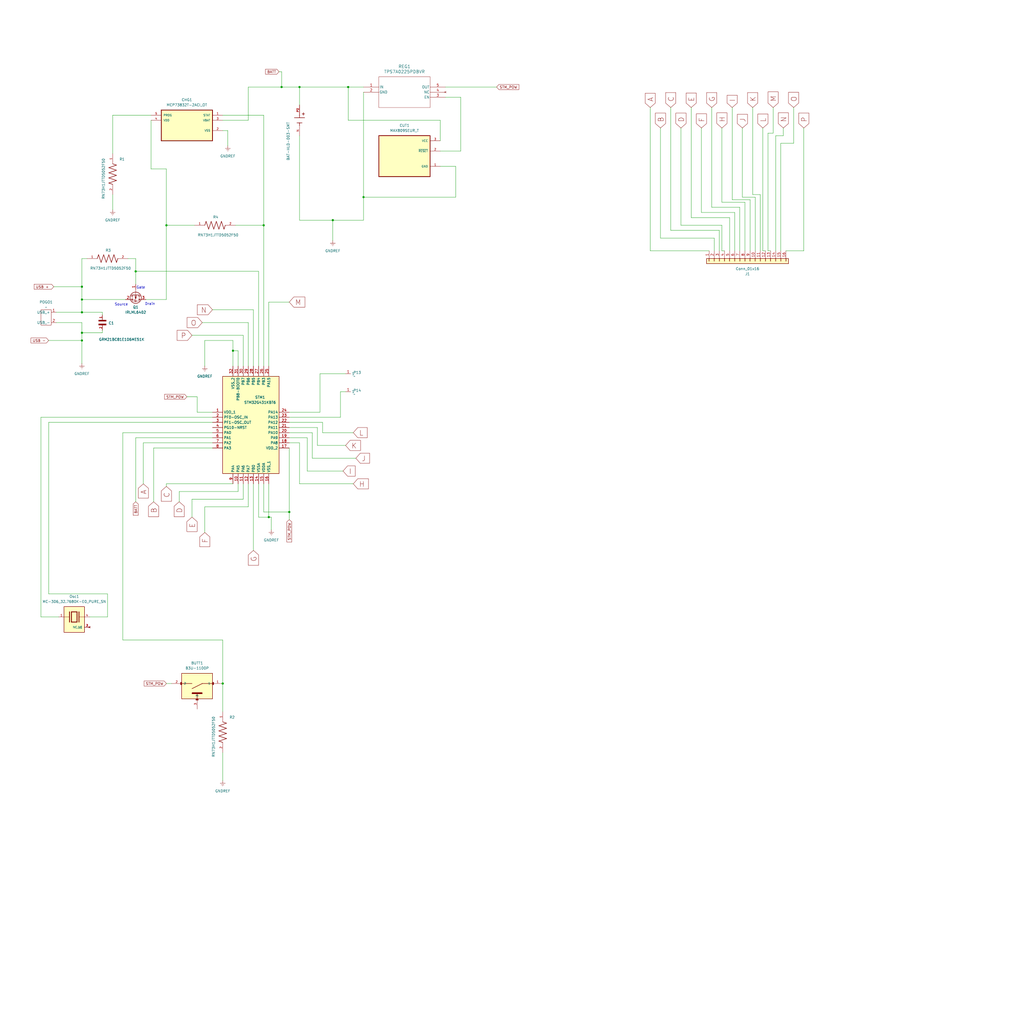
<source format=kicad_sch>
(kicad_sch (version 20250114) (generator "eeschema") (generator_version "9.0")
  (paper "User" 508 508)
  (lib_symbols
    (symbol "B3U-1100P:B3U-1100P" (pin_names (offset 1.016))
      (property "Reference" "S" (at 7.6291 -5.0861 0))
      (property "Value" "B3U-1100P" (at 7.6346 -10.1794 0))
      (symbol "B3U-1100P_0_0"
        (rectangle (start -8.2645 -0.6357) (end -7.62 0.635) (stroke (width 0.1)) (fill (type outline)))
        (rectangle (start -7.62 -7.62) (end 7.62 5.08) (stroke (width 0.254)) (fill (type background)))
        (rectangle (start -2.5423 -5.0846) (end 2.54 -4.445) (stroke (width 0.1)) (fill (type outline)))
        (polyline (pts (xy -2.54 0) (xy -7.62 0)) (stroke (width 0.254)))
        (polyline (pts (xy -2.54 -2.54) (xy 2.54 0)) (stroke (width 0.254)))
        (polyline (pts (xy -2.54 -5.08) (xy 0 -5.08)) (stroke (width 0.254)))
        (rectangle (start -0.6357 -8.2643) (end 0.635 -7.62) (stroke (width 0.1)) (fill (type outline)))
        (polyline (pts (xy 0 -5.08) (xy 0 -7.62)) (stroke (width 0.254)))
        (polyline (pts (xy 0 -5.08) (xy 2.54 -5.08)) (stroke (width 0.254)))
        (polyline (pts (xy 2.54 0) (xy 7.62 0)) (stroke (width 0.254)))
        (rectangle (start 7.6245 -0.6354) (end 8.255 0.635) (stroke (width 0.1)) (fill (type outline)))
        (pin passive line (at -12.7 0 0) (length 5.08) (name "2") (number "2"))
        (pin passive line (at 0 -12.7 90) (length 5.08) (name "3") (number "3"))
        (pin passive line (at 12.7 0 180) (length 5.08) (name "1") (number "1"))
      )
    )
    (symbol "BAT-HLD-003-SMT_CUT:BAT-HLD-003-SMT" (pin_names (offset 1.016))
      (property "Reference" "BT" (at -3.81 3.81 0))
      (property "Value" "BAT-HLD-003-SMT" (at -3.81 -5.08 0))
      (symbol "BAT-HLD-003-SMT_0_0"
        (polyline (pts (xy -3.81 1.905) (xy -2.54 1.905)) (stroke (width 0.254)))
        (polyline (pts (xy -3.175 2.54) (xy -3.175 1.27)) (stroke (width 0.254)))
        (polyline (pts (xy -1.27 2.54) (xy -1.27 0)) (stroke (width 0.254)))
        (polyline (pts (xy -1.27 0) (xy -2.54 0)) (stroke (width 0.254)))
        (polyline (pts (xy -1.27 0) (xy -1.27 -2.54)) (stroke (width 0.254)))
        (polyline (pts (xy 1.27 1.27) (xy 1.27 0)) (stroke (width 0.254)))
        (polyline (pts (xy 1.27 0) (xy 1.27 -1.27)) (stroke (width 0.254)))
        (polyline (pts (xy 1.27 0) (xy 2.54 0)) (stroke (width 0.254)))
        (pin passive line (at -7.62 0 0) (length 5.08) (name "~") (number "P1"))
        (pin passive line (at -7.62 0 0) (length 5.08) (name "~") (number "P2"))
        (pin passive line (at 7.62 0 180) (length 5.08) (name "~") (number "N"))
      )
    )
    (symbol "Connector_Generic:Conn_01x16" (pin_names (offset 1.016) (hide yes))
      (property "Reference" "J" (at 0 20.32 0))
      (property "Value" "Conn_01x16" (at 0 -22.86 0))
      (symbol "Conn_01x16_1_1"
        (rectangle (start -1.27 19.05) (end 1.27 -21.59) (stroke (width 0.254)) (fill (type background)))
        (rectangle (start -1.27 17.907) (end 0 17.653) (stroke (width 0.1524)))
        (rectangle (start -1.27 15.367) (end 0 15.113) (stroke (width 0.1524)))
        (rectangle (start -1.27 12.827) (end 0 12.573) (stroke (width 0.1524)))
        (rectangle (start -1.27 10.287) (end 0 10.033) (stroke (width 0.1524)))
        (rectangle (start -1.27 7.747) (end 0 7.493) (stroke (width 0.1524)))
        (rectangle (start -1.27 5.207) (end 0 4.953) (stroke (width 0.1524)))
        (rectangle (start -1.27 2.667) (end 0 2.413) (stroke (width 0.1524)))
        (rectangle (start -1.27 0.127) (end 0 -0.127) (stroke (width 0.1524)))
        (rectangle (start -1.27 -2.413) (end 0 -2.667) (stroke (width 0.1524)))
        (rectangle (start -1.27 -4.953) (end 0 -5.207) (stroke (width 0.1524)))
        (rectangle (start -1.27 -7.493) (end 0 -7.747) (stroke (width 0.1524)))
        (rectangle (start -1.27 -10.033) (end 0 -10.287) (stroke (width 0.1524)))
        (rectangle (start -1.27 -12.573) (end 0 -12.827) (stroke (width 0.1524)))
        (rectangle (start -1.27 -15.113) (end 0 -15.367) (stroke (width 0.1524)))
        (rectangle (start -1.27 -17.653) (end 0 -17.907) (stroke (width 0.1524)))
        (rectangle (start -1.27 -20.193) (end 0 -20.447) (stroke (width 0.1524)))
        (pin passive line (at -5.08 17.78 0) (length 3.81) (name "Pin_1") (number "1"))
        (pin passive line (at -5.08 15.24 0) (length 3.81) (name "Pin_2") (number "2"))
        (pin passive line (at -5.08 12.7 0) (length 3.81) (name "Pin_3") (number "3"))
        (pin passive line (at -5.08 10.16 0) (length 3.81) (name "Pin_4") (number "4"))
        (pin passive line (at -5.08 7.62 0) (length 3.81) (name "Pin_5") (number "5"))
        (pin passive line (at -5.08 5.08 0) (length 3.81) (name "Pin_6") (number "6"))
        (pin passive line (at -5.08 2.54 0) (length 3.81) (name "Pin_7") (number "7"))
        (pin passive line (at -5.08 0 0) (length 3.81) (name "Pin_8") (number "8"))
        (pin passive line (at -5.08 -2.54 0) (length 3.81) (name "Pin_9") (number "9"))
        (pin passive line (at -5.08 -5.08 0) (length 3.81) (name "Pin_10") (number "10"))
        (pin passive line (at -5.08 -7.62 0) (length 3.81) (name "Pin_11") (number "11"))
        (pin passive line (at -5.08 -10.16 0) (length 3.81) (name "Pin_12") (number "12"))
        (pin passive line (at -5.08 -12.7 0) (length 3.81) (name "Pin_13") (number "13"))
        (pin passive line (at -5.08 -15.24 0) (length 3.81) (name "Pin_14") (number "14"))
        (pin passive line (at -5.08 -17.78 0) (length 3.81) (name "Pin_15") (number "15"))
        (pin passive line (at -5.08 -20.32 0) (length 3.81) (name "Pin_16") (number "16"))
      )
    )
    (symbol "GRM21BC81E106ME51K:GRM21BC81E106ME51K" (pin_names (offset 1.016))
      (property "Reference" "C" (at 0 3.8109 0))
      (property "Value" "GRM21BC81E106ME51K" (at 0 -5.0885 0))
      (symbol "GRM21BC81E106ME51K_0_0"
        (rectangle (start 0 -1.9069) (end 0.635 1.905) (stroke (width 0.1)) (fill (type outline)))
        (rectangle (start 1.9069 -1.9069) (end 2.54 1.905) (stroke (width 0.1)) (fill (type outline)))
        (pin passive line (at -2.54 0 0) (length 2.54) (name "~") (number "1"))
        (pin passive line (at 5.08 0 180) (length 2.54) (name "~") (number "2"))
      )
    )
    (symbol "MAX809SEUR_T:MAX809SEUR_T" (pin_names (offset 1.016))
      (property "Reference" "U" (at -12.7 11.16 0))
      (property "Value" "MAX809SEUR_T" (at -12.7 -14.16 0))
      (symbol "MAX809SEUR_T_0_0"
        (rectangle (start -12.7 -10.16) (end 12.7 10.16) (stroke (width 0.41)) (fill (type background)))
        (pin power_in line (at 17.78 7.62 180) (length 5.08) (name "VCC") (number "3"))
        (pin output line (at 17.78 2.54 180) (length 5.08) (name "~{RESET}") (number "2"))
        (pin power_in line (at 17.78 -5.08 180) (length 5.08) (name "GND") (number "1"))
      )
    )
    (symbol "MC-306_32.7680K-E0_PURE_SN:MC-306_32.7680K-E0_PURE_SN" (pin_names (offset 1.016))
      (property "Reference" "Y" (at -5.0878 6.3559 0))
      (property "Value" "MC-306_32.7680K-E0_PURE_SN" (at -5.0944 -10.16 0))
      (symbol "MC-306_32.7680K-E0_PURE_SN_0_0"
        (polyline (pts (xy -5.08 0) (xy -2.54 0)) (stroke (width 0.1524)))
        (rectangle (start -5.08 -7.62) (end 5.08 5.08) (stroke (width 0.254)) (fill (type background)))
        (polyline (pts (xy -2.3368 2.54) (xy -2.3368 -2.54)) (stroke (width 0.4064)))
        (polyline (pts (xy -1.397 2.54) (xy -1.397 -2.54)) (stroke (width 0.4064)))
        (polyline (pts (xy -1.397 2.54) (xy 1.397 2.54)) (stroke (width 0.4064)))
        (polyline (pts (xy 1.397 2.54) (xy 1.397 -2.54)) (stroke (width 0.4064)))
        (polyline (pts (xy 1.397 -2.54) (xy -1.397 -2.54)) (stroke (width 0.4064)))
        (polyline (pts (xy 2.3368 2.54) (xy 2.3368 -2.54)) (stroke (width 0.4064)))
        (polyline (pts (xy 2.54 0) (xy 5.08 0)) (stroke (width 0.1524)))
        (pin passive line (at -7.62 0 0) (length 2.54) (name "~") (number "1"))
        (pin passive line (at 7.62 0 180) (length 2.54) (name "~") (number "4"))
        (pin no_connect line (at 7.62 -5.08 180) (length 2.54) (name "NC") (number "2"))
        (pin no_connect line (at 7.62 -5.08 180) (length 2.54) (name "NC__1") (number "3"))
      )
    )
    (symbol "MCP73832T-2ACI_OT:MCP73832T-2ACI_OT" (pin_names (offset 1.016))
      (property "Reference" "U" (at -12.7 8.62 0))
      (property "Value" "MCP73832T-2ACI_OT" (at -12.7 -11.62 0))
      (symbol "MCP73832T-2ACI_OT_0_0"
        (rectangle (start -12.7 -7.62) (end 12.7 7.62) (stroke (width 0.41)) (fill (type background)))
        (pin input line (at -17.78 5.08 0) (length 5.08) (name "PROG") (number "5"))
        (pin input line (at -17.78 2.54 0) (length 5.08) (name "VDD") (number "4"))
        (pin output line (at 17.78 5.08 180) (length 5.08) (name "STAT") (number "1"))
        (pin output line (at 17.78 2.54 180) (length 5.08) (name "VBAT") (number "3"))
        (pin power_in line (at 17.78 -2.54 180) (length 5.08) (name "VSS") (number "2"))
      )
    )
    (symbol "PGO:POGO_FEMALE_2"
      (property "Reference" "POGO" (at 0 -1.27 0))
      (symbol "POGO_FEMALE_2_0_1"
        (rectangle (start -2.54 7.62) (end 2.54 0))
      )
      (symbol "POGO_FEMALE_2_1_1"
        (pin input line (at 5.08 6.35 180) (length 2.54) (name "USB_+") (number "1"))
        (pin input line (at 5.08 1.27 180) (length 2.54) (name "USB_-") (number "2"))
      )
    )
    (symbol "PGO:PROGPAD"
      (property "Reference" "PROGPAD" (at 0 0 0))
      (symbol "PROGPAD_1_1"
        (pin input line (at -2.54 3.81 0) (length 2.54) (name "1") (number "1"))
      )
    )
    (symbol "RN73H1JTTD5052F50:RN73H1JTTD5052F50" (pin_names (offset 1.016))
      (property "Reference" "R" (at -7.6244 2.5415 0))
      (property "Value" "RN73H1JTTD5052F50" (at -7.63 -5.0866 0))
      (symbol "RN73H1JTTD5052F50_0_0"
        (polyline (pts (xy -5.08 0) (xy -4.445 1.905)) (stroke (width 0.254)))
        (polyline (pts (xy -4.445 1.905) (xy -3.175 -1.905)) (stroke (width 0.254)))
        (polyline (pts (xy -3.175 -1.905) (xy -1.905 1.905)) (stroke (width 0.254)))
        (polyline (pts (xy -1.905 1.905) (xy -0.635 -1.905)) (stroke (width 0.254)))
        (polyline (pts (xy -0.635 -1.905) (xy 0.635 1.905)) (stroke (width 0.254)))
        (polyline (pts (xy 0.635 1.905) (xy 1.905 -1.905)) (stroke (width 0.254)))
        (polyline (pts (xy 1.905 -1.905) (xy 3.175 1.905)) (stroke (width 0.254)))
        (polyline (pts (xy 3.175 1.905) (xy 4.445 -1.905)) (stroke (width 0.254)))
        (polyline (pts (xy 4.445 -1.905) (xy 5.08 0)) (stroke (width 0.254)))
        (pin passive line (at -10.16 0 0) (length 5.08) (name "~") (number "1"))
        (pin passive line (at 10.16 0 180) (length 5.08) (name "~") (number "2"))
      )
    )
    (symbol "STM32G431KBT6:STM32G431KBT6"
      (property "Reference" "IC" (at 34.29 22.86 0))
      (property "Value" "STM32G431KBT6" (at 34.29 20.32 0))
      (symbol "STM32G431KBT6_1_1"
        (rectangle (start 5.08 17.78) (end 33.02 -30.48) (stroke (width 0.254)) (fill (type background)))
        (pin passive line (at 0 0 0) (length 5.08) (name "VDD_1") (number "1"))
        (pin passive line (at 0 -2.54 0) (length 5.08) (name "PF0-OSC_IN") (number "2"))
        (pin passive line (at 0 -5.08 0) (length 5.08) (name "PF1-OSC_OUT") (number "3"))
        (pin passive line (at 0 -7.62 0) (length 5.08) (name "PG10-NRST") (number "4"))
        (pin passive line (at 0 -10.16 0) (length 5.08) (name "PA0") (number "5"))
        (pin passive line (at 0 -12.7 0) (length 5.08) (name "PA1") (number "6"))
        (pin passive line (at 0 -15.24 0) (length 5.08) (name "PA2") (number "7"))
        (pin passive line (at 0 -17.78 0) (length 5.08) (name "PA3") (number "8"))
        (pin passive line (at 10.16 22.86 270) (length 5.08) (name "VSS_2") (number "32"))
        (pin passive line (at 10.16 -35.56 90) (length 5.08) (name "PA4") (number "9"))
        (pin passive line (at 12.7 22.86 270) (length 5.08) (name "PB8-BOOT0") (number "31"))
        (pin passive line (at 12.7 -35.56 90) (length 5.08) (name "PA5") (number "10"))
        (pin passive line (at 15.24 22.86 270) (length 5.08) (name "PB7") (number "30"))
        (pin passive line (at 15.24 -35.56 90) (length 5.08) (name "PA6") (number "11"))
        (pin passive line (at 17.78 22.86 270) (length 5.08) (name "PB6") (number "29"))
        (pin passive line (at 17.78 -35.56 90) (length 5.08) (name "PA7") (number "12"))
        (pin passive line (at 20.32 22.86 270) (length 5.08) (name "PB5") (number "28"))
        (pin passive line (at 20.32 -35.56 90) (length 5.08) (name "PB0") (number "13"))
        (pin passive line (at 22.86 22.86 270) (length 5.08) (name "PB4") (number "27"))
        (pin passive line (at 22.86 -35.56 90) (length 5.08) (name "VSSA") (number "14"))
        (pin passive line (at 25.4 22.86 270) (length 5.08) (name "PB3") (number "26"))
        (pin passive line (at 25.4 -35.56 90) (length 5.08) (name "VDDA") (number "15"))
        (pin passive line (at 27.94 22.86 270) (length 5.08) (name "PA15") (number "25"))
        (pin passive line (at 27.94 -35.56 90) (length 5.08) (name "VSS_1") (number "16"))
        (pin passive line (at 38.1 0 180) (length 5.08) (name "PA14") (number "24"))
        (pin passive line (at 38.1 -2.54 180) (length 5.08) (name "PA13") (number "23"))
        (pin passive line (at 38.1 -5.08 180) (length 5.08) (name "PA12") (number "22"))
        (pin passive line (at 38.1 -7.62 180) (length 5.08) (name "PA11") (number "21"))
        (pin passive line (at 38.1 -10.16 180) (length 5.08) (name "PA10") (number "20"))
        (pin passive line (at 38.1 -12.7 180) (length 5.08) (name "PA9") (number "19"))
        (pin passive line (at 38.1 -15.24 180) (length 5.08) (name "PA8") (number "18"))
        (pin passive line (at 38.1 -17.78 180) (length 5.08) (name "VDD_2") (number "17"))
      )
    )
    (symbol "TPS7A0225PDBVR:TPS7A0225PDBVR" (pin_names (offset 0.254))
      (property "Reference" "U" (at 20.32 10.16 0))
      (property "Value" "TPS7A0225PDBVR" (at 20.32 7.62 0))
      (symbol "TPS7A0225PDBVR_0_1"
        (polyline (pts (xy 7.62 5.08) (xy 7.62 -10.16)) (stroke (width 0.127)))
        (polyline (pts (xy 7.62 -10.16) (xy 33.02 -10.16)) (stroke (width 0.127)))
        (polyline (pts (xy 33.02 5.08) (xy 7.62 5.08)) (stroke (width 0.127)))
        (polyline (pts (xy 33.02 -10.16) (xy 33.02 5.08)) (stroke (width 0.127)))
        (pin input line (at 0 0 0) (length 7.62) (name "IN") (number "1"))
        (pin power_out line (at 0 -2.54 0) (length 7.62) (name "GND") (number "2"))
        (pin output line (at 40.64 0 180) (length 7.62) (name "OUT") (number "5"))
        (pin no_connect line (at 40.64 -2.54 180) (length 7.62) (name "NC") (number "4"))
        (pin input line (at 40.64 -5.08 180) (length 7.62) (name "EN") (number "3"))
      )
    )
    (symbol "Transistor_FET:IRLML6402" (pin_names (hide yes))
      (property "Reference" "Q" (at 5.08 1.905 0))
      (property "Value" "IRLML6402" (at 5.08 0 0))
      (symbol "IRLML6402_0_1"
        (polyline (pts (xy 0.254 1.905) (xy 0.254 -1.905)) (stroke (width 0.254)))
        (polyline (pts (xy 0.254 0) (xy -2.54 0)))
        (polyline (pts (xy 0.762 2.286) (xy 0.762 1.27)) (stroke (width 0.254)))
        (polyline (pts (xy 0.762 1.778) (xy 3.302 1.778) (xy 3.302 -1.778) (xy 0.762 -1.778)))
        (polyline (pts (xy 0.762 0.508) (xy 0.762 -0.508)) (stroke (width 0.254)))
        (polyline (pts (xy 0.762 -1.27) (xy 0.762 -2.286)) (stroke (width 0.254)))
        (circle (center 1.651 0) (radius 2.794) (stroke (width 0.254)))
        (polyline (pts (xy 2.286 0) (xy 1.27 0.381) (xy 1.27 -0.381) (xy 2.286 0)) (fill (type outline)))
        (polyline (pts (xy 2.54 2.54) (xy 2.54 1.778)))
        (circle (center 2.54 1.778) (radius 0.254) (fill (type outline)))
        (circle (center 2.54 -1.778) (radius 0.254) (fill (type outline)))
        (polyline (pts (xy 2.54 -2.54) (xy 2.54 0) (xy 0.762 0)))
        (polyline (pts (xy 2.794 -0.508) (xy 2.921 -0.381) (xy 3.683 -0.381) (xy 3.81 -0.254)))
        (polyline (pts (xy 3.302 -0.381) (xy 2.921 0.254) (xy 3.683 0.254) (xy 3.302 -0.381)))
      )
      (symbol "IRLML6402_1_1"
        (pin input line (at -5.08 0 0) (length 2.54) (name "G") (number "1"))
        (pin passive line (at 2.54 5.08 270) (length 2.54) (name "D") (number "3"))
        (pin passive line (at 2.54 -5.08 90) (length 2.54) (name "S") (number "2"))
      )
    )
    (symbol "power:GNDREF" (power) (pin_numbers (hide yes)) (pin_names (offset 0) (hide yes))
      (property "Value" "GNDREF" (at 0 -3.81 0))
      (symbol "GNDREF_0_1"
        (polyline (pts (xy -0.635 -1.905) (xy 0.635 -1.905)))
        (polyline (pts (xy -0.127 -2.54) (xy 0.127 -2.54)))
        (polyline (pts (xy 0 -1.27) (xy 0 0)))
        (polyline (pts (xy 1.27 -1.27) (xy -1.27 -1.27)))
      )
      (symbol "GNDREF_1_1"
        (pin power_in line (at 0 0 270) (length 0) (name "~") (number "1"))
      )
    )
  )
  (text "Source" (at 60.198 151.13 0) (effects (font (size 1.27 1.27))))
  (text "Drain" (at 74.422 150.876 0) (effects (font (size 1.27 1.27))))
  (text "Gate" (at 69.85 142.748 0) (effects (font (size 1.27 1.27))))
  (junction (at 40.64 154.94))
  (junction (at 133.35 256.54))
  (junction (at 172.72 43.18))
  (junction (at 67.31 134.62))
  (junction (at 115.57 173.99))
  (junction (at 40.64 148.59))
  (junction (at 40.64 168.91))
  (junction (at 139.7 43.18))
  (junction (at 40.64 165.1))
  (junction (at 180.34 97.79))
  (junction (at 110.49 339.09))
  (junction (at 130.81 111.76))
  (junction (at 40.64 142.24))
  (junction (at 148.59 43.18))
  (junction (at 143.51 254))
  (junction (at 165.1 109.22))
  (junction (at 82.55 111.76))
  (wire (pts (xy 110.49 64.77) (xy 113.03 64.77)))
  (wire (pts (xy 158.75 185.42) (xy 171.45 185.42)))
  (wire (pts (xy 40.64 128.27) (xy 40.64 142.24)))
  (wire (pts (xy 24.13 168.91) (xy 40.64 168.91)))
  (wire (pts (xy 55.88 57.15) (xy 74.93 57.15)))
  (wire (pts (xy 337.82 111.76) (xy 358.14 111.76)))
  (wire (pts (xy 143.51 207.01) (xy 168.91 207.01)))
  (wire (pts (xy 148.59 109.22) (xy 165.1 109.22)))
  (wire (pts (xy 327.66 118.11) (xy 354.33 118.11)))
  (wire (pts (xy 398.78 63.5) (xy 398.78 124.46)))
  (wire (pts (xy 143.51 254) (xy 143.51 257.81)))
  (wire (pts (xy 133.35 149.86) (xy 143.51 149.86)))
  (wire (pts (xy 361.95 107.95) (xy 361.95 124.46)))
  (wire (pts (xy 123.19 160.02) (xy 123.19 181.61)))
  (wire (pts (xy 74.93 59.69) (xy 74.93 83.82)))
  (wire (pts (xy 53.34 294.64) (xy 53.34 306.07)))
  (wire (pts (xy 115.57 181.61) (xy 115.57 173.99)))
  (wire (pts (xy 172.72 59.69) (xy 172.72 43.18)))
  (wire (pts (xy 388.62 67.31) (xy 384.81 67.31)))
  (wire (pts (xy 55.88 57.15) (xy 55.88 76.2)))
  (wire (pts (xy 60.96 317.5) (xy 60.96 214.63)))
  (wire (pts (xy 95.25 247.65) (xy 95.25 256.54)))
  (wire (pts (xy 143.51 219.71) (xy 148.59 219.71)))
  (wire (pts (xy 378.46 63.5) (xy 378.46 124.46)))
  (wire (pts (xy 363.22 99.06) (xy 372.11 99.06)))
  (wire (pts (xy 378.46 124.46) (xy 379.73 124.46)))
  (wire (pts (xy 342.9 107.95) (xy 361.95 107.95)))
  (wire (pts (xy 372.11 99.06) (xy 372.11 124.46)))
  (wire (pts (xy 40.64 148.59) (xy 40.64 154.94)))
  (wire (pts (xy 160.02 214.63) (xy 160.02 209.55)))
  (wire (pts (xy 105.41 207.01) (xy 20.32 207.01)))
  (wire (pts (xy 152.4 217.17) (xy 152.4 233.68)))
  (wire (pts (xy 367.03 102.87) (xy 367.03 124.46)))
  (wire (pts (xy 110.49 339.09) (xy 110.49 353.06)))
  (wire (pts (xy 118.11 181.61) (xy 118.11 173.99)))
  (wire (pts (xy 130.81 240.03) (xy 130.81 254)))
  (wire (pts (xy 40.64 154.94) (xy 50.8 154.94)))
  (wire (pts (xy 24.13 209.55) (xy 24.13 294.64)))
  (wire (pts (xy 353.06 102.87) (xy 367.03 102.87)))
  (wire (pts (xy 220.98 43.18) (xy 246.38 43.18)))
  (wire (pts (xy 148.59 52.07) (xy 148.59 43.18)))
  (wire (pts (xy 157.48 220.98) (xy 171.45 220.98)))
  (wire (pts (xy 67.31 128.27) (xy 67.31 134.62)))
  (wire (pts (xy 358.14 100.33) (xy 369.57 100.33)))
  (wire (pts (xy 125.73 153.67) (xy 125.73 181.61)))
  (wire (pts (xy 74.93 83.82) (xy 82.55 83.82)))
  (wire (pts (xy 347.98 63.5) (xy 347.98 105.41)))
  (wire (pts (xy 322.58 53.34) (xy 322.58 124.46)))
  (wire (pts (xy 175.26 214.63) (xy 160.02 214.63)))
  (wire (pts (xy 105.41 209.55) (xy 24.13 209.55)))
  (wire (pts (xy 220.98 48.26) (xy 228.6 48.26)))
  (wire (pts (xy 387.35 71.12) (xy 387.35 124.46)))
  (wire (pts (xy 110.49 373.38) (xy 110.49 387.35)))
  (wire (pts (xy 148.59 240.03) (xy 175.26 240.03)))
  (wire (pts (xy 105.41 217.17) (xy 67.31 217.17)))
  (wire (pts (xy 116.84 111.76) (xy 130.81 111.76)))
  (wire (pts (xy 226.06 82.55) (xy 226.06 97.79)))
  (wire (pts (xy 82.55 111.76) (xy 82.55 148.59)))
  (wire (pts (xy 71.12 219.71) (xy 105.41 219.71)))
  (wire (pts (xy 160.02 209.55) (xy 143.51 209.55)))
  (wire (pts (xy 369.57 100.33) (xy 369.57 124.46)))
  (wire (pts (xy 40.64 165.1) (xy 50.8 165.1)))
  (wire (pts (xy 82.55 83.82) (xy 82.55 111.76)))
  (wire (pts (xy 123.19 59.69) (xy 123.19 43.18)))
  (wire (pts (xy 67.31 217.17) (xy 67.31 248.92)))
  (wire (pts (xy 20.32 207.01) (xy 20.32 306.07)))
  (wire (pts (xy 133.35 181.61) (xy 133.35 149.86)))
  (wire (pts (xy 27.94 160.02) (xy 40.64 160.02)))
  (wire (pts (xy 143.51 214.63) (xy 154.94 214.63)))
  (wire (pts (xy 40.64 165.1) (xy 40.64 168.91)))
  (wire (pts (xy 60.96 317.5) (xy 110.49 317.5)))
  (wire (pts (xy 100.33 160.02) (xy 123.19 160.02)))
  (wire (pts (xy 67.31 134.62) (xy 67.31 140.97)))
  (wire (pts (xy 40.64 168.91) (xy 40.64 180.34)))
  (wire (pts (xy 110.49 59.69) (xy 123.19 59.69)))
  (wire (pts (xy 134.62 256.54) (xy 134.62 262.89)))
  (wire (pts (xy 373.38 53.34) (xy 373.38 96.52)))
  (wire (pts (xy 157.48 212.09) (xy 157.48 220.98)))
  (wire (pts (xy 120.65 166.37) (xy 120.65 181.61)))
  (wire (pts (xy 322.58 124.46) (xy 351.79 124.46)))
  (wire (pts (xy 133.35 256.54) (xy 134.62 256.54)))
  (wire (pts (xy 165.1 109.22) (xy 180.34 109.22)))
  (wire (pts (xy 154.94 227.33) (xy 176.53 227.33)))
  (wire (pts (xy 139.7 43.18) (xy 148.59 43.18)))
  (wire (pts (xy 71.12 219.71) (xy 71.12 240.03)))
  (wire (pts (xy 63.5 128.27) (xy 67.31 128.27)))
  (wire (pts (xy 168.91 207.01) (xy 168.91 194.31)))
  (wire (pts (xy 358.14 111.76) (xy 358.14 124.46)))
  (wire (pts (xy 337.82 63.5) (xy 337.82 111.76)))
  (wire (pts (xy 105.41 204.47) (xy 97.79 204.47)))
  (wire (pts (xy 143.51 222.25) (xy 143.51 254)))
  (wire (pts (xy 363.22 53.34) (xy 363.22 99.06)))
  (wire (pts (xy 50.8 165.1) (xy 50.8 163.83)))
  (wire (pts (xy 118.11 240.03) (xy 118.11 243.84)))
  (wire (pts (xy 24.13 294.64) (xy 53.34 294.64)))
  (wire (pts (xy 50.8 154.94) (xy 50.8 156.21)))
  (wire (pts (xy 97.79 196.85) (xy 92.71 196.85)))
  (wire (pts (xy 130.81 57.15) (xy 130.81 111.76)))
  (wire (pts (xy 113.03 64.77) (xy 113.03 72.39)))
  (wire (pts (xy 123.19 240.03) (xy 123.19 251.46)))
  (wire (pts (xy 101.6 168.91) (xy 101.6 181.61)))
  (wire (pts (xy 172.72 43.18) (xy 180.34 43.18)))
  (wire (pts (xy 97.79 204.47) (xy 97.79 196.85)))
  (wire (pts (xy 218.44 74.93) (xy 228.6 74.93)))
  (wire (pts (xy 82.55 339.09) (xy 85.09 339.09)))
  (wire (pts (xy 180.34 97.79) (xy 226.06 97.79)))
  (wire (pts (xy 342.9 53.34) (xy 342.9 107.95)))
  (wire (pts (xy 377.19 96.52) (xy 377.19 124.46)))
  (wire (pts (xy 110.49 317.5) (xy 110.49 339.09)))
  (wire (pts (xy 128.27 240.03) (xy 128.27 256.54)))
  (wire (pts (xy 374.65 97.79) (xy 374.65 124.46)))
  (wire (pts (xy 327.66 63.5) (xy 327.66 118.11)))
  (wire (pts (xy 55.88 104.14) (xy 55.88 96.52)))
  (wire (pts (xy 148.59 43.18) (xy 172.72 43.18)))
  (wire (pts (xy 76.2 222.25) (xy 76.2 248.92)))
  (wire (pts (xy 120.65 247.65) (xy 95.25 247.65)))
  (wire (pts (xy 384.81 67.31) (xy 384.81 124.46)))
  (wire (pts (xy 139.7 43.18) (xy 139.7 35.56)))
  (wire (pts (xy 40.64 148.59) (xy 62.23 148.59)))
  (wire (pts (xy 120.65 240.03) (xy 120.65 247.65)))
  (wire (pts (xy 82.55 240.03) (xy 82.55 241.3)))
  (wire (pts (xy 40.64 160.02) (xy 40.64 165.1)))
  (wire (pts (xy 43.18 128.27) (xy 40.64 128.27)))
  (wire (pts (xy 128.27 256.54) (xy 133.35 256.54)))
  (wire (pts (xy 115.57 240.03) (xy 82.55 240.03)))
  (wire (pts (xy 123.19 251.46) (xy 101.6 251.46)))
  (wire (pts (xy 168.91 194.31) (xy 171.45 194.31)))
  (wire (pts (xy 180.34 45.72) (xy 180.34 97.79)))
  (wire (pts (xy 358.14 124.46) (xy 359.41 124.46)))
  (wire (pts (xy 67.31 134.62) (xy 128.27 134.62)))
  (wire (pts (xy 383.54 53.34) (xy 383.54 66.04)))
  (wire (pts (xy 218.44 82.55) (xy 226.06 82.55)))
  (wire (pts (xy 123.19 43.18) (xy 139.7 43.18)))
  (wire (pts (xy 228.6 74.93) (xy 228.6 48.26)))
  (wire (pts (xy 353.06 53.34) (xy 353.06 102.87)))
  (wire (pts (xy 105.41 153.67) (xy 125.73 153.67)))
  (wire (pts (xy 180.34 97.79) (xy 180.34 109.22)))
  (wire (pts (xy 20.32 306.07) (xy 29.21 306.07)))
  (wire (pts (xy 60.96 214.63) (xy 105.41 214.63)))
  (wire (pts (xy 393.7 53.34) (xy 393.7 71.12)))
  (wire (pts (xy 398.78 124.46) (xy 389.89 124.46)))
  (wire (pts (xy 332.74 53.34) (xy 332.74 114.3)))
  (wire (pts (xy 105.41 222.25) (xy 76.2 222.25)))
  (wire (pts (xy 101.6 251.46) (xy 101.6 264.16)))
  (wire (pts (xy 40.64 154.94) (xy 27.94 154.94)))
  (wire (pts (xy 373.38 96.52) (xy 377.19 96.52)))
  (wire (pts (xy 383.54 66.04) (xy 381 66.04)))
  (wire (pts (xy 165.1 109.22) (xy 165.1 119.38)))
  (wire (pts (xy 381 66.04) (xy 381 124.46)))
  (wire (pts (xy 148.59 219.71) (xy 148.59 240.03)))
  (wire (pts (xy 393.7 71.12) (xy 387.35 71.12)))
  (wire (pts (xy 118.11 173.99) (xy 115.57 173.99)))
  (wire (pts (xy 143.51 204.47) (xy 158.75 204.47)))
  (wire (pts (xy 115.57 168.91) (xy 101.6 168.91)))
  (wire (pts (xy 148.59 109.22) (xy 148.59 67.31)))
  (wire (pts (xy 388.62 63.5) (xy 388.62 67.31)))
  (wire (pts (xy 218.44 69.85) (xy 218.44 59.69)))
  (wire (pts (xy 115.57 173.99) (xy 115.57 168.91)))
  (wire (pts (xy 130.81 254) (xy 143.51 254)))
  (wire (pts (xy 110.49 57.15) (xy 130.81 57.15)))
  (wire (pts (xy 133.35 240.03) (xy 133.35 256.54)))
  (wire (pts (xy 368.3 97.79) (xy 374.65 97.79)))
  (wire (pts (xy 364.49 105.41) (xy 364.49 124.46)))
  (wire (pts (xy 143.51 212.09) (xy 157.48 212.09)))
  (wire (pts (xy 82.55 111.76) (xy 96.52 111.76)))
  (wire (pts (xy 128.27 134.62) (xy 128.27 181.61)))
  (wire (pts (xy 130.81 111.76) (xy 130.81 181.61)))
  (wire (pts (xy 95.25 166.37) (xy 120.65 166.37)))
  (wire (pts (xy 347.98 105.41) (xy 364.49 105.41)))
  (wire (pts (xy 82.55 148.59) (xy 72.39 148.59)))
  (wire (pts (xy 332.74 114.3) (xy 356.87 114.3)))
  (wire (pts (xy 381 124.46) (xy 382.27 124.46)))
  (wire (pts (xy 368.3 63.5) (xy 368.3 97.79)))
  (wire (pts (xy 143.51 217.17) (xy 152.4 217.17)))
  (wire (pts (xy 53.34 306.07) (xy 44.45 306.07)))
  (wire (pts (xy 354.33 118.11) (xy 354.33 124.46)))
  (wire (pts (xy 40.64 142.24) (xy 40.64 148.59)))
  (wire (pts (xy 154.94 214.63) (xy 154.94 227.33)))
  (wire (pts (xy 118.11 243.84) (xy 88.9 243.84)))
  (wire (pts (xy 218.44 59.69) (xy 172.72 59.69)))
  (wire (pts (xy 125.73 240.03) (xy 125.73 273.05)))
  (wire (pts (xy 158.75 204.47) (xy 158.75 185.42)))
  (wire (pts (xy 356.87 114.3) (xy 356.87 124.46)))
  (wire (pts (xy 139.7 35.56) (xy 138.43 35.56)))
  (wire (pts (xy 88.9 243.84) (xy 88.9 248.92)))
  (wire (pts (xy 358.14 63.5) (xy 358.14 100.33)))
  (wire (pts (xy 26.67 142.24) (xy 40.64 142.24)))
  (wire (pts (xy 152.4 233.68) (xy 170.18 233.68)))
  (global_label "F" (shape input) (at 101.6 264.16 270) (effects (font (size 2.54 2.54))) (property "Intersheetrefs" "${INTERSHEET_REFS}" (effects (hide yes))))
  (global_label "STM_POW" (shape input) (at 82.55 339.09 180) (property "Intersheetrefs" "${INTERSHEET_REFS}" (effects (hide yes))))
  (global_label "O" (shape input) (at 393.7 53.34 90) (effects (font (size 2.54 2.54))) (property "Intersheetrefs" "${INTERSHEET_REFS}" (effects (hide yes))))
  (global_label "D" (shape input) (at 337.82 63.5 90) (effects (font (size 2.54 2.54))) (property "Intersheetrefs" "${INTERSHEET_REFS}" (effects (hide yes))))
  (global_label "J" (shape input) (at 176.53 227.33 0) (effects (font (size 2.54 2.54))) (property "Intersheetrefs" "${INTERSHEET_REFS}" (effects (hide yes))))
  (global_label "A" (shape input) (at 71.12 240.03 270) (effects (font (size 2.54 2.54))) (property "Intersheetrefs" "${INTERSHEET_REFS}" (effects (hide yes))))
  (global_label "J" (shape input) (at 368.3 63.5 90) (effects (font (size 2.54 2.54))) (property "Intersheetrefs" "${INTERSHEET_REFS}" (effects (hide yes))))
  (global_label "BATT" (shape input) (at 67.31 248.92 270) (property "Intersheetrefs" "${INTERSHEET_REFS}" (effects (hide yes))))
  (global_label "E" (shape input) (at 342.9 53.34 90) (effects (font (size 2.54 2.54))) (property "Intersheetrefs" "${INTERSHEET_REFS}" (effects (hide yes))))
  (global_label "K" (shape input) (at 373.38 53.34 90) (effects (font (size 2.54 2.54))) (property "Intersheetrefs" "${INTERSHEET_REFS}" (effects (hide yes))))
  (global_label "P" (shape input) (at 95.25 166.37 180) (effects (font (size 2.54 2.54))) (property "Intersheetrefs" "${INTERSHEET_REFS}" (effects (hide yes))))
  (global_label "STM_POW" (shape input) (at 92.71 196.85 180) (property "Intersheetrefs" "${INTERSHEET_REFS}" (effects (hide yes))))
  (global_label "F" (shape input) (at 347.98 63.5 90) (effects (font (size 2.54 2.54))) (property "Intersheetrefs" "${INTERSHEET_REFS}" (effects (hide yes))))
  (global_label "K" (shape input) (at 171.45 220.98 0) (effects (font (size 2.54 2.54))) (property "Intersheetrefs" "${INTERSHEET_REFS}" (effects (hide yes))))
  (global_label "H" (shape input) (at 175.26 240.03 0) (effects (font (size 2.54 2.54))) (property "Intersheetrefs" "${INTERSHEET_REFS}" (effects (hide yes))))
  (global_label "USB -" (shape input) (at 24.13 168.91 180) (property "Intersheetrefs" "${INTERSHEET_REFS}" (effects (hide yes))))
  (global_label "C" (shape input) (at 82.55 241.3 270) (effects (font (size 2.54 2.54))) (property "Intersheetrefs" "${INTERSHEET_REFS}" (effects (hide yes))))
  (global_label "E" (shape input) (at 95.25 256.54 270) (effects (font (size 2.54 2.54))) (property "Intersheetrefs" "${INTERSHEET_REFS}" (effects (hide yes))))
  (global_label "B" (shape input) (at 76.2 248.92 270) (effects (font (size 2.54 2.54))) (property "Intersheetrefs" "${INTERSHEET_REFS}" (effects (hide yes))))
  (global_label "C" (shape input) (at 332.74 53.34 90) (effects (font (size 2.54 2.54))) (property "Intersheetrefs" "${INTERSHEET_REFS}" (effects (hide yes))))
  (global_label "I" (shape input) (at 170.18 233.68 0) (effects (font (size 2.54 2.54))) (property "Intersheetrefs" "${INTERSHEET_REFS}" (effects (hide yes))))
  (global_label "I" (shape input) (at 363.22 53.34 90) (effects (font (size 2.54 2.54))) (property "Intersheetrefs" "${INTERSHEET_REFS}" (effects (hide yes))))
  (global_label "A" (shape input) (at 322.58 53.34 90) (effects (font (size 2.54 2.54))) (property "Intersheetrefs" "${INTERSHEET_REFS}" (effects (hide yes))))
  (global_label "STM_POW" (shape input) (at 143.51 257.81 270) (property "Intersheetrefs" "${INTERSHEET_REFS}" (effects (hide yes))))
  (global_label "O" (shape input) (at 100.33 160.02 180) (effects (font (size 2.54 2.54))) (property "Intersheetrefs" "${INTERSHEET_REFS}" (effects (hide yes))))
  (global_label "N" (shape input) (at 388.62 63.5 90) (effects (font (size 2.54 2.54))) (property "Intersheetrefs" "${INTERSHEET_REFS}" (effects (hide yes))))
  (global_label "G" (shape input) (at 353.06 53.34 90) (effects (font (size 2.54 2.54))) (property "Intersheetrefs" "${INTERSHEET_REFS}" (effects (hide yes))))
  (global_label "G" (shape input) (at 125.73 273.05 270) (effects (font (size 2.54 2.54))) (property "Intersheetrefs" "${INTERSHEET_REFS}" (effects (hide yes))))
  (global_label "USB + " (shape input) (at 26.67 142.24 180) (property "Intersheetrefs" "${INTERSHEET_REFS}" (effects (hide yes))))
  (global_label "N" (shape input) (at 105.41 153.67 180) (effects (font (size 2.54 2.54))) (property "Intersheetrefs" "${INTERSHEET_REFS}" (effects (hide yes))))
  (global_label "M" (shape input) (at 383.54 53.34 90) (effects (font (size 2.54 2.54))) (property "Intersheetrefs" "${INTERSHEET_REFS}" (effects (hide yes))))
  (global_label "BATT" (shape input) (at 138.43 35.56 180) (property "Intersheetrefs" "${INTERSHEET_REFS}" (effects (hide yes))))
  (global_label "B" (shape input) (at 327.66 63.5 90) (effects (font (size 2.54 2.54))) (property "Intersheetrefs" "${INTERSHEET_REFS}" (effects (hide yes))))
  (global_label "H" (shape input) (at 358.14 63.5 90) (effects (font (size 2.54 2.54))) (property "Intersheetrefs" "${INTERSHEET_REFS}" (effects (hide yes))))
  (global_label "STM_POW" (shape input) (at 246.38 43.18 0) (property "Intersheetrefs" "${INTERSHEET_REFS}" (effects (hide yes))))
  (global_label "P" (shape input) (at 398.78 63.5 90) (effects (font (size 2.54 2.54))) (property "Intersheetrefs" "${INTERSHEET_REFS}" (effects (hide yes))))
  (global_label "M" (shape input) (at 143.51 149.86 0) (effects (font (size 2.54 2.54))) (property "Intersheetrefs" "${INTERSHEET_REFS}" (effects (hide yes))))
  (global_label "L" (shape input) (at 175.26 214.63 0) (effects (font (size 2.54 2.54))) (property "Intersheetrefs" "${INTERSHEET_REFS}" (effects (hide yes))))
  (global_label "L" (shape input) (at 378.46 63.5 90) (effects (font (size 2.54 2.54))) (property "Intersheetrefs" "${INTERSHEET_REFS}" (effects (hide yes))))
  (global_label "D" (shape input) (at 88.9 248.92 270) (effects (font (size 2.54 2.54))) (property "Intersheetrefs" "${INTERSHEET_REFS}" (effects (hide yes))))
  (symbol (lib_id "power:GNDREF") (at 40.64 180.34 0) (unit 1)
    (property "Reference" "#PWR05" (effects (hide yes)))
    (property "Value" "GNDREF" (at 40.64 185.42 0))
    (property "Description" "Power symbol creates a global label with name \"GNDREF\" , reference supply ground" (effects (hide yes)))
  )
  (symbol (lib_id "power:GNDREF") (at 55.88 104.14 0) (unit 1)
    (property "Reference" "#PWR01" (effects (hide yes)))
    (property "Value" "GNDREF" (at 55.88 109.22 0))
    (property "Description" "Power symbol creates a global label with name \"GNDREF\" , reference supply ground" (effects (hide yes)))
  )
  (symbol (lib_id "power:GNDREF") (at 165.1 119.38 0) (unit 1)
    (property "Reference" "#PWR03" (effects (hide yes)))
    (property "Value" "GNDREF" (at 165.1 124.46 0))
    (property "Description" "Power symbol creates a global label with name \"GNDREF\" , reference supply ground" (effects (hide yes)))
  )
  (symbol (lib_id "MCP73832T-2ACI_OT:MCP73832T-2ACI_OT") (at 92.71 62.23 0) (unit 1)
    (property "Reference" "CHG1" (at 92.71 49.53 0))
    (property "Value" "MCP73832T-2ACI_OT" (at 92.71 52.07 0))
    (property "Footprint" "MCP73832T_2ACI_OT:SOT95P270X145-5N" (effects (hide yes)))
  )
  (symbol (lib_id "PGO:POGO_FEMALE_2") (at 22.86 161.29 0) (unit 1)
    (property "Reference" "POGO1" (at 22.86 149.86 0))
    (property "Value" "~" (at 22.86 152.4 0))
    (property "Footprint" "WL-SMCC_0402:Untitled" (effects (hide yes)))
  )
  (symbol (lib_id "Connector_Generic:Conn_01x16") (at 369.57 129.54 90) (mirror x) (unit 1)
    (property "Reference" "J1" (at 370.84 135.89 90))
    (property "Value" "Conn_01x16" (at 370.84 133.35 90))
    (property "Footprint" "Connector_PinSocket_2.54mm:PinSocket_1x16_P2.54mm_Vertical" (effects (hide yes)))
    (property "Description" "Generic connector, single row, 01x16, script generated (kicad-library-utils/schlib/autogen/connector/)" (effects (hide yes)))
  )
  (symbol (lib_id "PGO:PROGPAD") (at 173.99 198.12 0) (unit 1)
    (property "Reference" "P14" (at 175.26 193.6749 0) (effects (justify left)))
    (property "Value" "~" (at 175.26 195.58 0) (effects (justify left)))
    (property "Footprint" "WL-SMCC_0402:PROGPAD" (effects (hide yes)))
  )
  (symbol (lib_id "power:GNDREF") (at 101.6 181.61 0) (unit 1)
    (property "Reference" "#PWR07" (effects (hide yes)))
    (property "Value" "GNDREF" (at 101.6 186.69 0))
    (property "Description" "Power symbol creates a global label with name \"GNDREF\" , reference supply ground" (effects (hide yes)))
  )
  (symbol (lib_id "power:GNDREF") (at 110.49 387.35 0) (unit 1)
    (property "Reference" "#PWR04" (effects (hide yes)))
    (property "Value" "GNDREF" (at 110.49 392.43 0))
    (property "Description" "Power symbol creates a global label with name \"GNDREF\" , reference supply ground" (effects (hide yes)))
  )
  (symbol (lib_id "TPS7A0225PDBVR:TPS7A0225PDBVR") (at 180.34 43.18 0) (unit 1)
    (property "Reference" "REG1" (at 200.66 33.02 0) (effects (font (size 1.524 1.524))))
    (property "Value" "TPS7A0225PDBVR" (at 200.66 35.56 0) (effects (font (size 1.524 1.524))))
    (property "Footprint" "TPS7A0225PDBVR:TPS7A0225PDBVR" (effects (hide yes)))
    (property "Datasheet" "TPS7A0225PDBVR" (effects (hide yes)))
  )
  (symbol (lib_id "B3U-1100P:B3U-1100P") (at 97.79 339.09 0) (unit 1)
    (property "Reference" "BUTT1" (at 97.7852 328.93 0))
    (property "Value" "B3U-1100P" (at 97.7852 331.47 0))
    (property "Footprint" "B3U_1100P:SW_B3U-1100P" (effects (hide yes)))
    (property "MANUFACTURER" "Omron" (effects (hide yes)))
  )
  (symbol (lib_id "RN73H1JTTD5052F50:RN73H1JTTD5052F50") (at 110.49 363.22 270) (unit 1)
    (property "Reference" "R2" (at 113.792 355.854 90) (effects (justify left)))
    (property "Value" "RN73H1JTTD5052F50" (at 105.918 355.346 0) (effects (justify left)))
    (property "Footprint" "RN73H1JTTD5052F50:RN73H1JTTD5052F50" (effects (hide yes)))
  )
  (symbol (lib_id "STM32G431KBT6:STM32G431KBT6") (at 105.41 204.47 0) (unit 1)
    (property "Reference" "STM1" (at 129.032 197.104 0))
    (property "Value" "STM32G431KBT6" (at 129.032 199.644 0))
    (property "Footprint" "STM32G431KBT6:QFP80P900X900X160-32N" (effects (hide yes)))
    (property "Datasheet" "https://www.st.com/resource/en/datasheet/stm32g431kb.pdf" (effects (hide yes)))
    (property "Description" "ARM Microcontrollers - MCU Mainstream Arm Cortex-M4+ MCU 170MHz with 128Kbytes of Flash memory, Math Accelerator, Medium Analog level integration" (effects (hide yes)))
    (property "Height" "1.6" (effects (hide yes)))
    (property "Manufacturer_Name" "STMicroelectronics" (effects (hide yes)))
    (property "Manufacturer_Part_Number" "STM32G431KBT6" (effects (hide yes)))
    (property "Mouser Part Number" "511-STM32G431KBT6" (effects (hide yes)))
    (property "Mouser Price/Stock" "https://www.mouser.co.uk/ProductDetail/STMicroelectronics/STM32G431KBT6?qs=T3oQrply3y8teCTeNAFOLg%3D%3D" (effects (hide yes)))
    (property "Arrow Part Number" "STM32G431KBT6" (effects (hide yes)))
    (property "Arrow Price/Stock" "https://www.arrow.com/en/products/stm32g431kbt6/stmicroelectronics" (effects (hide yes)))
  )
  (symbol (lib_id "power:GNDREF") (at 113.03 72.39 0) (unit 1)
    (property "Reference" "#PWR02" (effects (hide yes)))
    (property "Value" "GNDREF" (at 113.03 77.47 0))
    (property "Description" "Power symbol creates a global label with name \"GNDREF\" , reference supply ground" (effects (hide yes)))
  )
  (symbol (lib_id "Transistor_FET:IRLML6402") (at 67.31 146.05 270) (unit 1)
    (property "Reference" "Q1" (at 67.31 152.4 90))
    (property "Value" "IRLML6402" (at 67.31 154.94 90))
    (property "Footprint" "Package_TO_SOT_SMD:SOT-23" (effects (hide yes)))
    (property "Datasheet" "https://www.infineon.com/dgdl/irlml6402pbf.pdf?fileId=5546d462533600a401535668d5c2263c" (effects (hide yes)))
    (property "Description" "-3.7A Id, -20V Vds, 65mOhm Rds, P-Channel HEXFET Power MOSFET, SOT-23" (effects (hide yes)))
  )
  (symbol (lib_id "power:GNDREF") (at 134.62 262.89 0) (unit 1)
    (property "Reference" "#PWR06" (effects (hide yes)))
    (property "Value" "GNDREF" (at 134.62 267.97 0))
    (property "Description" "Power symbol creates a global label with name \"GNDREF\" , reference supply ground" (effects (hide yes)))
  )
  (symbol (lib_id "RN73H1JTTD5052F50:RN73H1JTTD5052F50") (at 55.88 86.36 270) (unit 1)
    (property "Reference" "R1" (at 59.182 78.994 90) (effects (justify left)))
    (property "Value" "RN73H1JTTD5052F50" (at 51.308 78.486 0) (effects (justify left)))
    (property "Footprint" "RN73H1JTTD5052F50:RN73H1JTTD5052F50" (effects (hide yes)))
  )
  (symbol (lib_id "PGO:PROGPAD") (at 173.99 189.23 0) (unit 1)
    (property "Reference" "P13" (at 175.26 184.7849 0) (effects (justify left)))
    (property "Value" "~" (at 175.26 186.69 0) (effects (justify left)))
    (property "Footprint" "WL-SMCC_0402:PROGPAD" (effects (hide yes)))
  )
  (symbol (lib_id "BAT-HLD-003-SMT_CUT:BAT-HLD-003-SMT") (at 148.59 59.69 270) (unit 1)
    (property "Reference" "BT1" (effects (hide yes)))
    (property "Value" "BAT-HLD-003-SMT" (at 143.002 60.452 0) (effects (justify left)))
    (property "Footprint" "BAT-HLD-003-SMT:BAT_BAT-HLD-003-SMT_CUT" (effects (hide yes)))
    (property "DigiKey_Part_Number" "343-BAT-HLD-003-SMT-ND" (effects (hide yes)))
    (property "SnapEDA_Link" "https://www.snapeda.com/parts/BAT-HLD-003-SMT/TE+Connectivity/view-part/?ref=snap" (effects (hide yes)))
    (property "Check_prices" "https://www.snapeda.com/parts/BAT-HLD-003-SMT/TE+Connectivity/view-part/?ref=eda" (effects (hide yes)))
    (property "Package" "None" (effects (hide yes)))
    (property "Price" "None" (effects (hide yes)))
    (property "MF" "TE Connectivity" (effects (hide yes)))
    (property "MP" "BAT-HLD-003-SMT" (effects (hide yes)))
    (property "Purchase-URL" "https://www.snapeda.com/api/url_track_click_mouser/?unipart_id=6393643&manufacturer=Linx Technologies Inc.&part_name=BAT-HLD-003-SMT&search_term=None" (effects (hide yes)))
    (property "Availability" "In Stock" (effects (hide yes)))
    (property "Description_1" "Battery Holder Coin 20 SMT Nickel" (effects (hide yes)))
  )
  (symbol (lib_id "RN73H1JTTD5052F50:RN73H1JTTD5052F50") (at 53.34 128.27 0) (unit 1)
    (property "Reference" "R3" (at 52.324 124.206 0) (effects (justify left)))
    (property "Value" "RN73H1JTTD5052F50" (at 44.704 133.096 0) (effects (justify left)))
    (property "Footprint" "RN73H1JTTD5052F50:RN73H1JTTD5052F50" (effects (hide yes)))
  )
  (symbol (lib_id "GRM21BC81E106ME51K:GRM21BC81E106ME51K") (at 50.8 158.75 270) (unit 1)
    (property "Reference" "C1" (at 53.848 160.274 90) (effects (justify left)))
    (property "Value" "GRM21BC81E106ME51K" (at 49.022 168.402 90) (effects (justify left)))
    (property "Footprint" "GRM21BC81E106ME51K:CAPC2012X140N" (effects (hide yes)))
  )
  (symbol (lib_id "MAX809SEUR_T:MAX809SEUR_T") (at 200.66 77.47 0) (unit 1)
    (property "Reference" "CUT1" (at 200.66 62.23 0))
    (property "Value" "MAX809SEUR_T" (at 200.66 64.77 0))
    (property "Footprint" "MAX809SEUR+T:MAX809SEUR+T" (effects (hide yes)))
  )
  (symbol (lib_id "RN73H1JTTD5052F50:RN73H1JTTD5052F50") (at 106.68 111.76 0) (unit 1)
    (property "Reference" "R4" (at 105.664 107.696 0) (effects (justify left)))
    (property "Value" "RN73H1JTTD5052F50" (at 98.044 116.586 0) (effects (justify left)))
    (property "Footprint" "RN73H1JTTD5052F50:RN73H1JTTD5052F50" (effects (hide yes)))
  )
  (symbol (lib_id "MC-306_32.7680K-E0_PURE_SN:MC-306_32.7680K-E0_PURE_SN") (at 36.83 306.07 0) (unit 1)
    (property "Reference" "Osc1" (at 36.83 295.91 0))
    (property "Value" "MC-306_32.7680K-E0_PURE_SN" (at 36.83 298.45 0))
    (property "Footprint" "MC-306_32.7680K-E0_PURE_SN:MC-306_32.7680K-E0_PURE_SN" (effects (hide yes)))
    (property "PARTREV" "N/A" (effects (hide yes)))
    (property "STANDARD" "Manufacturer Recommendations" (effects (hide yes)))
    (property "MAXIMUM_PACKAGE_HEIGHT" "2.54 mm" (effects (hide yes)))
    (property "MANUFACTURER" "EPSON" (effects (hide yes)))
  )
)
</source>
